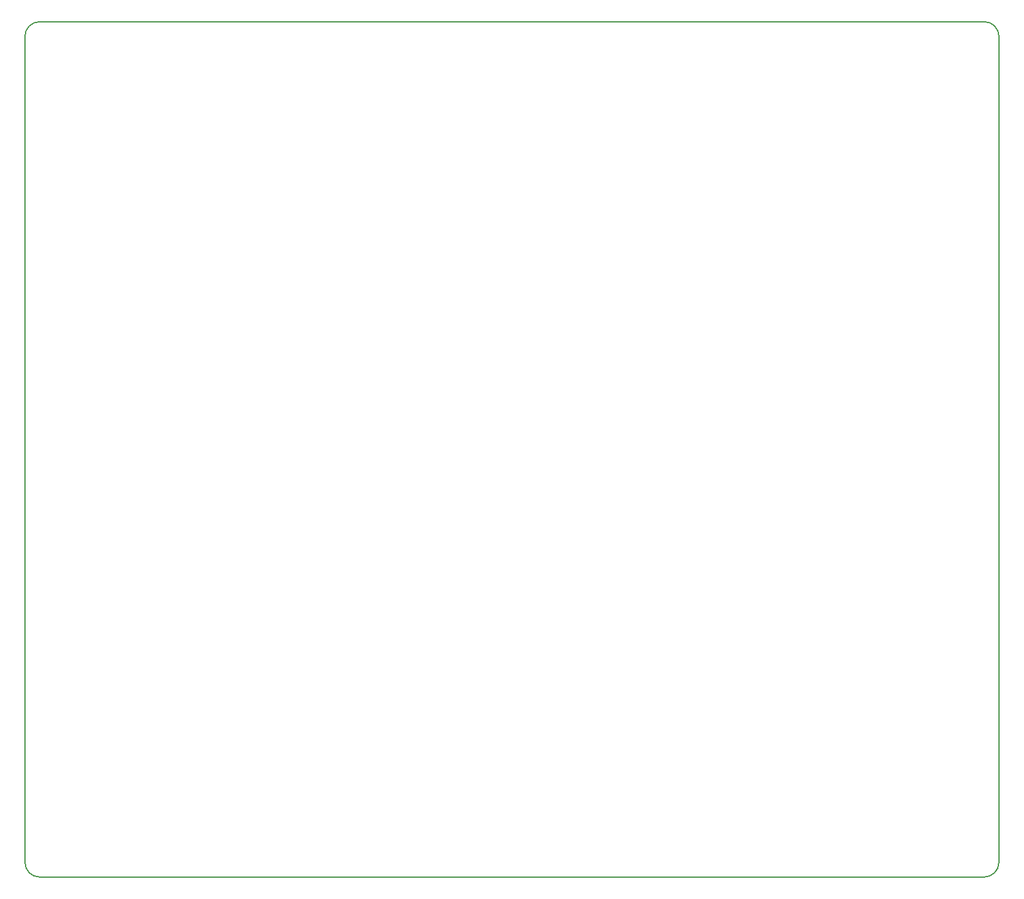
<source format=gbr>
G04 #@! TF.FileFunction,Profile,NP*
%FSLAX46Y46*%
G04 Gerber Fmt 4.6, Leading zero omitted, Abs format (unit mm)*
G04 Created by KiCad (PCBNEW 4.0.6) date Sunday, June 10, 2018 'PMt' 08:16:35 PM*
%MOMM*%
%LPD*%
G01*
G04 APERTURE LIST*
%ADD10C,0.100000*%
%ADD11C,0.150000*%
G04 APERTURE END LIST*
D10*
D11*
X84000000Y-34000000D02*
X84000000Y-146000000D01*
X214000000Y-32000000D02*
X86000000Y-32000000D01*
X216000000Y-146000000D02*
X216000000Y-34000000D01*
X86000000Y-148000000D02*
X214000000Y-148000000D01*
X84000000Y-146000000D02*
G75*
G03X86000000Y-148000000I2000000J0D01*
G01*
X214000000Y-148000000D02*
G75*
G03X216000000Y-146000000I0J2000000D01*
G01*
X216000000Y-34000000D02*
G75*
G03X214000000Y-32000000I-2000000J0D01*
G01*
X86000000Y-32000000D02*
G75*
G03X84000000Y-34000000I0J-2000000D01*
G01*
M02*

</source>
